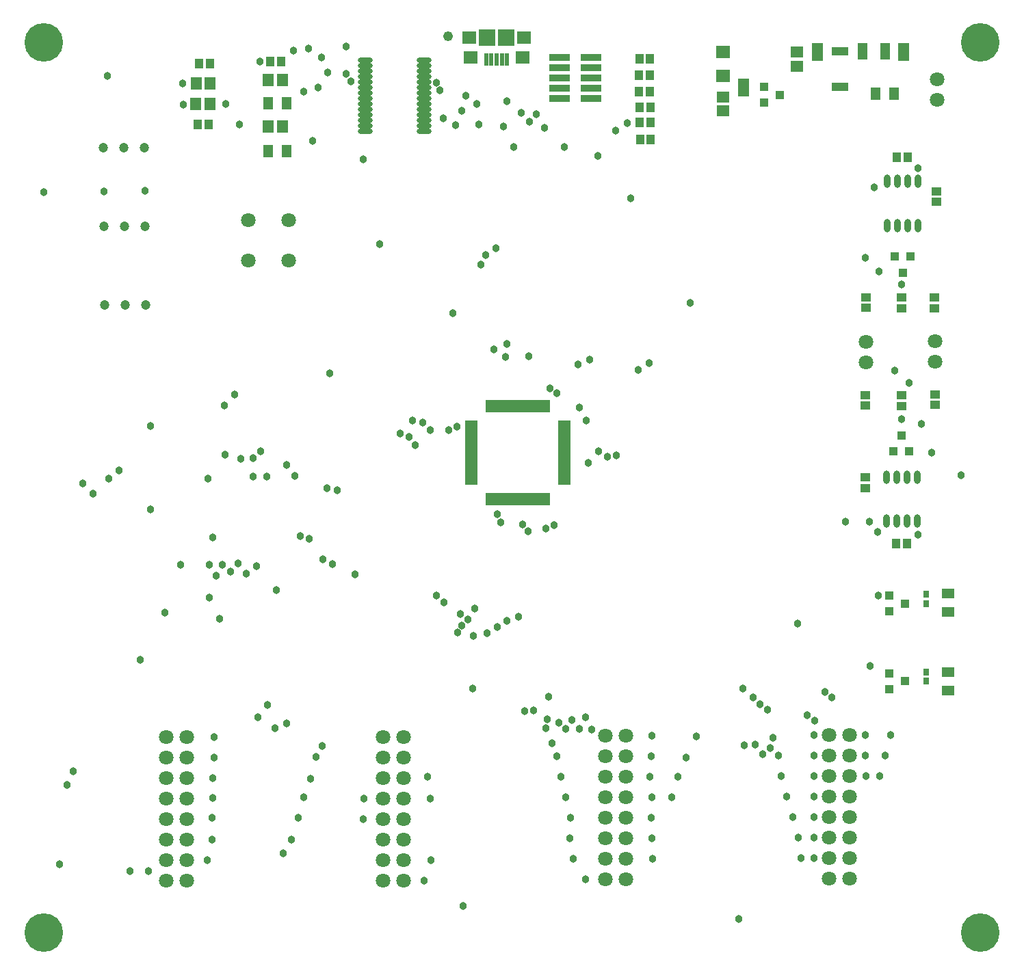
<source format=gbr>
%TF.GenerationSoftware,Altium Limited,Altium Designer,18.1.9 (240)*%
G04 Layer_Color=8388736*
%FSLAX26Y26*%
%MOIN*%
%TF.FileFunction,Soldermask,Top*%
%TF.Part,Single*%
G01*
G75*
%TA.AperFunction,SMDPad,CuDef*%
%ADD48R,0.043433X0.039496*%
%TA.AperFunction,ViaPad*%
%ADD49C,0.188000*%
%TA.AperFunction,ComponentPad*%
%ADD50C,0.070992*%
%ADD51C,0.047370*%
%TA.AperFunction,ViaPad*%
%ADD52C,0.038000*%
%ADD53C,0.048000*%
%TA.AperFunction,SMDPad,CuDef*%
%ADD59R,0.053276X0.088709*%
%ADD60R,0.023748X0.061150*%
%ADD61R,0.070992X0.063118*%
%ADD62R,0.065087X0.059181*%
%ADD63R,0.082803X0.082803*%
%ADD64O,0.072961X0.027685*%
%ADD65R,0.061150X0.019811*%
%ADD66R,0.019811X0.061150*%
%ADD67O,0.031622X0.065087*%
%ADD68R,0.053276X0.061150*%
%ADD69R,0.041465X0.045402*%
%ADD70R,0.045402X0.041465*%
%ADD71R,0.061150X0.053276*%
%ADD72R,0.031622X0.037528*%
%ADD73R,0.102488X0.037921*%
%ADD74R,0.051307X0.059181*%
%ADD75R,0.047370X0.078866*%
%ADD76R,0.065087X0.061150*%
%ADD77R,0.082803X0.043433*%
%ADD78R,0.039496X0.043433*%
%ADD79R,0.059181X0.051307*%
%ADD80R,0.043433X0.047370*%
%ADD81R,0.047370X0.043433*%
D48*
X5888370Y5564000D02*
D03*
X5809630Y5526599D02*
D03*
Y5601402D02*
D03*
X6498372Y2704952D02*
D03*
X6419632Y2667550D02*
D03*
Y2742353D02*
D03*
X6498372Y3084240D02*
D03*
X6419632Y3046839D02*
D03*
Y3121642D02*
D03*
D49*
X2300000Y1480000D02*
D03*
X6865000D02*
D03*
Y5818000D02*
D03*
X2300000D02*
D03*
D50*
X6643000Y4362000D02*
D03*
Y4262000D02*
D03*
X6308000Y4361000D02*
D03*
Y4261000D02*
D03*
X3495000Y4954000D02*
D03*
X3298150D02*
D03*
X3495000Y4757150D02*
D03*
X3298150D02*
D03*
X5038544Y2439063D02*
D03*
Y2339063D02*
D03*
Y2239063D02*
D03*
Y2139063D02*
D03*
Y2039063D02*
D03*
Y1939063D02*
D03*
Y1839063D02*
D03*
Y1739063D02*
D03*
X5138544D02*
D03*
Y1839063D02*
D03*
Y1939063D02*
D03*
Y2039063D02*
D03*
Y2139063D02*
D03*
Y2239063D02*
D03*
Y2339063D02*
D03*
Y2439063D02*
D03*
X6226664Y2442285D02*
D03*
Y2342285D02*
D03*
Y2242285D02*
D03*
Y2142285D02*
D03*
Y2042285D02*
D03*
Y1942285D02*
D03*
Y1842285D02*
D03*
Y1742285D02*
D03*
X6126664D02*
D03*
Y1842285D02*
D03*
Y1942285D02*
D03*
Y2042285D02*
D03*
Y2142285D02*
D03*
Y2242285D02*
D03*
Y2342285D02*
D03*
Y2442285D02*
D03*
X4055063Y2433964D02*
D03*
Y2333964D02*
D03*
Y2233964D02*
D03*
Y2133964D02*
D03*
Y2033964D02*
D03*
Y1933964D02*
D03*
Y1833964D02*
D03*
Y1733964D02*
D03*
X3955063D02*
D03*
Y1833964D02*
D03*
Y1933964D02*
D03*
Y2033964D02*
D03*
Y2133964D02*
D03*
Y2233964D02*
D03*
Y2333964D02*
D03*
Y2433964D02*
D03*
X2998534Y2432092D02*
D03*
Y2332092D02*
D03*
Y2232092D02*
D03*
Y2132092D02*
D03*
Y2032092D02*
D03*
Y1932092D02*
D03*
Y1832092D02*
D03*
Y1732092D02*
D03*
X2898534D02*
D03*
Y1832092D02*
D03*
Y1932092D02*
D03*
Y2032092D02*
D03*
Y2132092D02*
D03*
Y2232092D02*
D03*
Y2332092D02*
D03*
Y2432092D02*
D03*
X6655000Y5640000D02*
D03*
Y5540000D02*
D03*
D51*
X2592000Y5307000D02*
D03*
X2792000D02*
D03*
X2692000D02*
D03*
X2598000Y4540000D02*
D03*
X2798000D02*
D03*
X2698000D02*
D03*
X2594000Y4922000D02*
D03*
X2794000D02*
D03*
X2694000D02*
D03*
D52*
X2609000Y5656000D02*
D03*
X2890000Y3040000D02*
D03*
X5087000Y5388000D02*
D03*
X4184000Y3930000D02*
D03*
X4112000Y3857425D02*
D03*
X6561000Y5206000D02*
D03*
X6324717Y3482716D02*
D03*
X6206245D02*
D03*
X6559000Y3420000D02*
D03*
X6363000Y3432000D02*
D03*
X6348000Y5113000D02*
D03*
X2769000Y2809000D02*
D03*
X4542000Y5411000D02*
D03*
X5001000Y5267000D02*
D03*
X3817000Y3227000D02*
D03*
X6446000Y4220000D02*
D03*
X6517000Y4158000D02*
D03*
X4429000Y4735000D02*
D03*
X4504000Y4817000D02*
D03*
X4558425Y5534425D02*
D03*
X3775000Y5800000D02*
D03*
Y5666000D02*
D03*
X3797000Y5628000D02*
D03*
X3653000Y5746000D02*
D03*
X3684000Y5673000D02*
D03*
X3589000Y5789000D02*
D03*
X3516000Y5778000D02*
D03*
X6772000Y3710000D02*
D03*
X3936000Y4835000D02*
D03*
X3693000Y4206000D02*
D03*
X2378000Y1814000D02*
D03*
X3097908Y1832092D02*
D03*
X5975000Y2987000D02*
D03*
X5688000Y1547000D02*
D03*
X4345000Y1610000D02*
D03*
X4390000Y2669000D02*
D03*
X5449000Y4551000D02*
D03*
X6482068Y4641000D02*
D03*
X3261051Y3788000D02*
D03*
X3732000Y3637000D02*
D03*
X3593000Y3400000D02*
D03*
X3550000Y3413000D02*
D03*
X3661000Y3300000D02*
D03*
X3708000Y3275000D02*
D03*
X3337000Y3266000D02*
D03*
X3287000Y3231000D02*
D03*
X3247000Y3281000D02*
D03*
X3209000Y3239000D02*
D03*
X3172000Y3274000D02*
D03*
X3125000Y3406000D02*
D03*
X3140000Y3221000D02*
D03*
X3107979Y3272021D02*
D03*
X3322000Y3793000D02*
D03*
Y3704000D02*
D03*
X3156000Y3010000D02*
D03*
X3435054Y3148000D02*
D03*
X3387000Y3703000D02*
D03*
X3356000Y3827000D02*
D03*
X2616000Y3692000D02*
D03*
X3185000Y3808000D02*
D03*
X3485000Y3761000D02*
D03*
X3524000Y3705000D02*
D03*
X2489000Y3671000D02*
D03*
X4510000Y2971000D02*
D03*
X4395000Y2926000D02*
D03*
X4459000Y2939000D02*
D03*
X4318000Y2942000D02*
D03*
X4338000Y2977000D02*
D03*
X4367000Y3005000D02*
D03*
X4329000Y3033000D02*
D03*
X4250000Y3089000D02*
D03*
X4400000Y3061000D02*
D03*
X4556000Y2999000D02*
D03*
X4614000Y3018000D02*
D03*
X4214000Y3123000D02*
D03*
X5144000Y5426000D02*
D03*
X4231000Y5586000D02*
D03*
X4213000Y5623000D02*
D03*
X4246000Y5448000D02*
D03*
X3637921Y5599921D02*
D03*
X4419000Y5419000D02*
D03*
X4412000Y5520000D02*
D03*
X6142000Y2626000D02*
D03*
X6108000Y2654000D02*
D03*
X6056000Y2514000D02*
D03*
X6020000Y2540000D02*
D03*
X4147000Y3966000D02*
D03*
X4096000Y3975000D02*
D03*
X4079000Y3895000D02*
D03*
X4037000Y3914000D02*
D03*
X4275000Y3931000D02*
D03*
X4314536Y3945000D02*
D03*
X4509000Y3520000D02*
D03*
X4527000Y3479898D02*
D03*
X4633000Y3468000D02*
D03*
X4662000Y3437000D02*
D03*
X4788000Y3465000D02*
D03*
X4748000Y3449000D02*
D03*
X4954000Y3771000D02*
D03*
X5005000Y3826000D02*
D03*
X5046000Y3800000D02*
D03*
X5091000Y3806000D02*
D03*
X4912000Y4040000D02*
D03*
X4663000Y4288000D02*
D03*
X4556456Y4350000D02*
D03*
X4494000Y4323000D02*
D03*
X4552000Y4286000D02*
D03*
X4768544Y4134000D02*
D03*
X4799000Y4108000D02*
D03*
X4294000Y4498000D02*
D03*
X5250000Y4257000D02*
D03*
X4959000Y4271827D02*
D03*
X4741000Y5404000D02*
D03*
X4701000Y5469000D02*
D03*
X4667000Y5433000D02*
D03*
X4628000Y5476000D02*
D03*
X6577000Y3960000D02*
D03*
X5792000Y2593000D02*
D03*
X5757000Y2626000D02*
D03*
X5707000Y2671000D02*
D03*
X5803000Y2350000D02*
D03*
X5767000Y2396000D02*
D03*
X5714000Y2393000D02*
D03*
X5839000Y2379000D02*
D03*
X5853000Y2431000D02*
D03*
X5828000Y2566000D02*
D03*
X6054000Y1842285D02*
D03*
X5978000Y1943000D02*
D03*
X5950000Y2042000D02*
D03*
X5922000Y2142000D02*
D03*
X5894000Y2242000D02*
D03*
X5992000Y1843000D02*
D03*
X5879715Y2342285D02*
D03*
X6053715Y2442285D02*
D03*
X6373000Y2242285D02*
D03*
X6400000Y2342000D02*
D03*
X6428000Y2444000D02*
D03*
X5360000Y2141000D02*
D03*
X5391000Y2238000D02*
D03*
X5432000Y2332000D02*
D03*
X5482000Y2437000D02*
D03*
X5263000Y2439063D02*
D03*
X5262000Y2338063D02*
D03*
X4753000Y2521000D02*
D03*
X4761000Y2628000D02*
D03*
X4809000Y2504000D02*
D03*
X4644000Y2559000D02*
D03*
X4686000Y2563000D02*
D03*
X4747000Y2475000D02*
D03*
X4776000Y2403000D02*
D03*
X4845000Y2473000D02*
D03*
X4874000Y2514544D02*
D03*
X4911000Y2474000D02*
D03*
X4939000Y2528000D02*
D03*
X4971000Y2471000D02*
D03*
X4799000Y2340000D02*
D03*
X4864000Y1938000D02*
D03*
X4169000Y2240000D02*
D03*
X3483701Y2498000D02*
D03*
X3427000Y2475799D02*
D03*
X3508000Y1932000D02*
D03*
X3539000Y2039000D02*
D03*
X3568000Y2138000D02*
D03*
X3599000Y2230000D02*
D03*
X3627000Y2335000D02*
D03*
X3656000Y2390000D02*
D03*
X3345000Y2530000D02*
D03*
X3391000Y2591000D02*
D03*
X3468000Y1866000D02*
D03*
X2444500Y2267500D02*
D03*
X2720000Y1778000D02*
D03*
X2300000Y5091000D02*
D03*
X2593000Y5093000D02*
D03*
X6371000Y4704000D02*
D03*
X6305000Y4770000D02*
D03*
X6627000Y3821000D02*
D03*
X4838000Y5308000D02*
D03*
X4590000D02*
D03*
X2976871Y5617871D02*
D03*
X3255000Y5421000D02*
D03*
X3187485Y5518485D02*
D03*
X6479000Y3983000D02*
D03*
X3353298Y5725702D02*
D03*
X4337299Y5485000D02*
D03*
X4357000Y5558000D02*
D03*
X2822000Y3951000D02*
D03*
X2821214Y3542000D02*
D03*
X2794000Y5097000D02*
D03*
X3182000Y4049000D02*
D03*
X3568000Y5579000D02*
D03*
X5159000Y5059000D02*
D03*
X2979000Y5517000D02*
D03*
X3857000Y5250000D02*
D03*
X4455456Y4784000D02*
D03*
X3611000Y5341000D02*
D03*
X4307000Y5415000D02*
D03*
X3682000Y3646000D02*
D03*
X6327000Y2780000D02*
D03*
X3102000Y3694000D02*
D03*
X3230000Y4102000D02*
D03*
X3105979Y3113021D02*
D03*
X2541000Y3620000D02*
D03*
X2667000Y3733000D02*
D03*
X2968000Y3272000D02*
D03*
X5196000Y4223000D02*
D03*
X4903000Y4248000D02*
D03*
X4944000Y3976000D02*
D03*
X6367000Y3122000D02*
D03*
X2811000Y1778000D02*
D03*
X3119092Y1932092D02*
D03*
X3119000Y2038000D02*
D03*
X3124000Y2135000D02*
D03*
X3125000Y2232000D02*
D03*
X3131000Y2333000D02*
D03*
X3130000Y2434000D02*
D03*
X2414000Y2200000D02*
D03*
X3861036Y2133964D02*
D03*
X3858000Y2033000D02*
D03*
X4182964Y2133964D02*
D03*
X4185964Y1833964D02*
D03*
X4153964Y1733964D02*
D03*
X6303715Y2342285D02*
D03*
X6304285Y2442285D02*
D03*
X6308285Y2242285D02*
D03*
X6054715Y2342285D02*
D03*
X6055285Y2242285D02*
D03*
X6054715Y2142285D02*
D03*
X6052285Y2042285D02*
D03*
X6054715Y1942715D02*
D03*
X4822000Y2238000D02*
D03*
X4843000Y2138000D02*
D03*
X4866000Y2040000D02*
D03*
X5255063Y2239063D02*
D03*
X5263937Y2139063D02*
D03*
X5259937Y2039063D02*
D03*
X5262937Y1939063D02*
D03*
X5265937Y1839063D02*
D03*
X4880937D02*
D03*
X4940937Y1739063D02*
D03*
D53*
X4269000Y5849000D02*
D03*
D59*
X6069000Y5772000D02*
D03*
X5712000Y5600000D02*
D03*
X6490000Y5774000D02*
D03*
D60*
X4558425Y5737685D02*
D03*
X4532835D02*
D03*
X4507244D02*
D03*
X4481654D02*
D03*
X4456063D02*
D03*
D61*
X4633228Y5746543D02*
D03*
X4381260D02*
D03*
D62*
X4642087Y5843000D02*
D03*
X4372402D02*
D03*
D63*
X4554488D02*
D03*
X4460000D02*
D03*
D64*
X4152717Y5387008D02*
D03*
Y5413622D02*
D03*
Y5440236D02*
D03*
Y5466850D02*
D03*
Y5493465D02*
D03*
Y5520079D02*
D03*
Y5546693D02*
D03*
Y5573307D02*
D03*
Y5599921D02*
D03*
Y5626535D02*
D03*
Y5653150D02*
D03*
Y5679764D02*
D03*
Y5706378D02*
D03*
Y5732992D02*
D03*
X3867284Y5387008D02*
D03*
Y5413622D02*
D03*
Y5440236D02*
D03*
Y5466850D02*
D03*
Y5493465D02*
D03*
Y5520079D02*
D03*
Y5546693D02*
D03*
Y5573307D02*
D03*
Y5599921D02*
D03*
Y5626535D02*
D03*
Y5653150D02*
D03*
Y5679764D02*
D03*
Y5706378D02*
D03*
Y5732992D02*
D03*
D65*
X4383622Y3967638D02*
D03*
Y3947953D02*
D03*
Y3928268D02*
D03*
Y3908583D02*
D03*
Y3888898D02*
D03*
Y3869213D02*
D03*
Y3849528D02*
D03*
Y3829843D02*
D03*
Y3810157D02*
D03*
Y3790472D02*
D03*
Y3770787D02*
D03*
Y3751102D02*
D03*
Y3731417D02*
D03*
Y3711732D02*
D03*
Y3692047D02*
D03*
Y3672362D02*
D03*
X4836378D02*
D03*
Y3692047D02*
D03*
Y3711732D02*
D03*
Y3731417D02*
D03*
Y3751102D02*
D03*
Y3770787D02*
D03*
Y3790472D02*
D03*
Y3810157D02*
D03*
Y3829843D02*
D03*
Y3849528D02*
D03*
Y3869213D02*
D03*
Y3888898D02*
D03*
Y3908583D02*
D03*
Y3928268D02*
D03*
Y3947953D02*
D03*
Y3967638D02*
D03*
D66*
X4462362Y3593622D02*
D03*
X4482047D02*
D03*
X4501732D02*
D03*
X4521417D02*
D03*
X4541102D02*
D03*
X4560787D02*
D03*
X4580472D02*
D03*
X4600157D02*
D03*
X4619842D02*
D03*
X4639528D02*
D03*
X4659213D02*
D03*
X4678898D02*
D03*
X4698583D02*
D03*
X4718268D02*
D03*
X4737953D02*
D03*
X4757638D02*
D03*
Y4046378D02*
D03*
X4737953D02*
D03*
X4718268D02*
D03*
X4698583D02*
D03*
X4678898D02*
D03*
X4659213D02*
D03*
X4639528D02*
D03*
X4619842D02*
D03*
X4600157D02*
D03*
X4580472D02*
D03*
X4560787D02*
D03*
X4541102D02*
D03*
X4521417D02*
D03*
X4501732D02*
D03*
X4482047D02*
D03*
X4462362D02*
D03*
D67*
X6557000Y3699283D02*
D03*
X6507000D02*
D03*
X6457000D02*
D03*
X6407000D02*
D03*
X6557000Y3484716D02*
D03*
X6507000D02*
D03*
X6457000D02*
D03*
X6407000D02*
D03*
X6410000Y4926717D02*
D03*
X6460000D02*
D03*
X6510000D02*
D03*
X6560000D02*
D03*
X6410000Y5141283D02*
D03*
X6460000D02*
D03*
X6510000D02*
D03*
X6560000D02*
D03*
D68*
X3463596Y5408159D02*
D03*
X3394699D02*
D03*
X3463596Y5634710D02*
D03*
X3394699D02*
D03*
X3040145Y5518485D02*
D03*
X3109042D02*
D03*
X3042230Y5617871D02*
D03*
X3111127D02*
D03*
D69*
X5205812Y5346981D02*
D03*
X5256993D02*
D03*
X5203819Y5741000D02*
D03*
X5255000D02*
D03*
D70*
X6304000Y3647409D02*
D03*
Y3698590D02*
D03*
X6305068Y4099369D02*
D03*
Y4048188D02*
D03*
X6643000Y4051819D02*
D03*
Y4103000D02*
D03*
X6651000Y5092591D02*
D03*
Y5041409D02*
D03*
X6641068Y4523779D02*
D03*
Y4574960D02*
D03*
X6307698Y4576369D02*
D03*
Y4525188D02*
D03*
D71*
X5609000Y5554000D02*
D03*
Y5485102D02*
D03*
X5969000Y5772000D02*
D03*
Y5703102D02*
D03*
D72*
X6599435Y2750227D02*
D03*
Y2704952D02*
D03*
X6600986Y3129516D02*
D03*
Y3084240D02*
D03*
D73*
X4813228Y5745000D02*
D03*
X4966772D02*
D03*
X4813228Y5695000D02*
D03*
X4966772D02*
D03*
X4813228Y5645000D02*
D03*
X4966772D02*
D03*
X4813228Y5595000D02*
D03*
X4966772D02*
D03*
X4813228Y5545000D02*
D03*
X4966772D02*
D03*
D74*
X6352724Y5569000D02*
D03*
X6443276D02*
D03*
X3394449Y5289000D02*
D03*
X3485000D02*
D03*
X3394024Y5521238D02*
D03*
X3484576D02*
D03*
D75*
X6291000Y5776000D02*
D03*
X6401236D02*
D03*
D76*
X5609000Y5773000D02*
D03*
Y5656858D02*
D03*
D77*
X6182000Y5604370D02*
D03*
Y5775630D02*
D03*
D78*
X6485598Y4696260D02*
D03*
X6448197Y4775000D02*
D03*
X6523000D02*
D03*
X6479000Y3904370D02*
D03*
X6516401Y3825630D02*
D03*
X6441598D02*
D03*
D79*
X6708467Y2659676D02*
D03*
Y2750227D02*
D03*
Y3042904D02*
D03*
Y3133456D02*
D03*
D80*
X5255000Y5581000D02*
D03*
X5201850D02*
D03*
X5256014Y5504462D02*
D03*
X5202864D02*
D03*
X5255537Y5430084D02*
D03*
X5202387D02*
D03*
X5255000Y5661000D02*
D03*
X5201850D02*
D03*
X6506643Y3376779D02*
D03*
X6453493D02*
D03*
X3455722Y5725702D02*
D03*
X3402573D02*
D03*
X3111127Y5717241D02*
D03*
X3057978D02*
D03*
X3050459Y5421021D02*
D03*
X3103609D02*
D03*
X6457425Y5260000D02*
D03*
X6510575D02*
D03*
D81*
X6480068Y4100354D02*
D03*
Y4047204D02*
D03*
X6482068Y4524204D02*
D03*
Y4577354D02*
D03*
%TF.MD5,9ff353f12932a866a1735327b0d92b94*%
M02*

</source>
